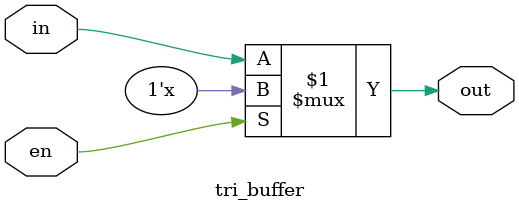
<source format=v>
module tri_buffer(in,en,out);

input in,en;
output out;

assign out = (en)?1'bz:in;

endmodule

</source>
